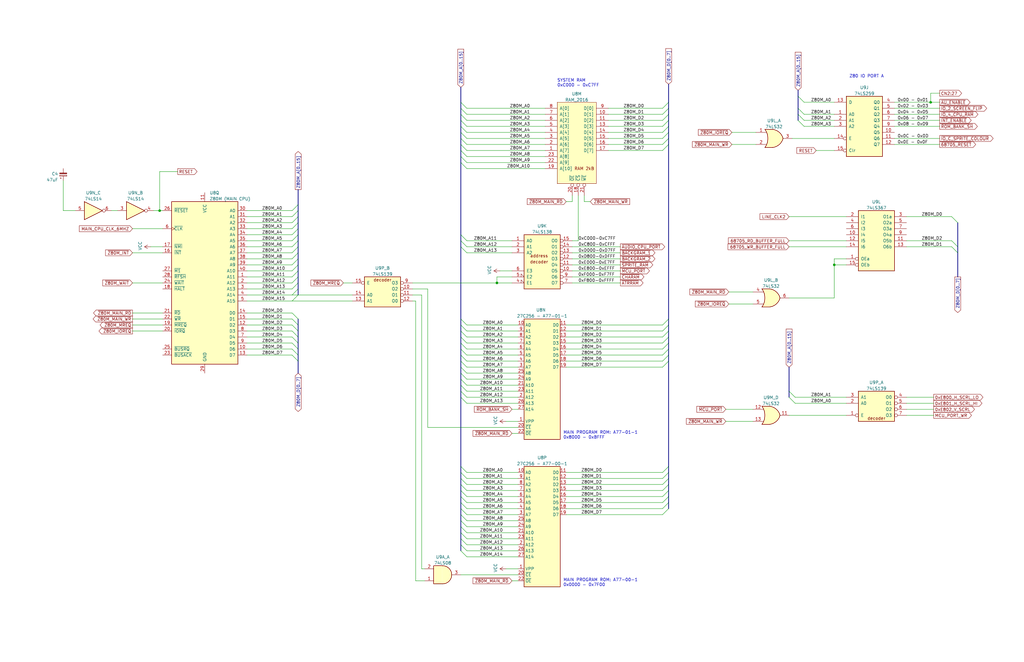
<source format=kicad_sch>
(kicad_sch (version 20211123) (generator eeschema)
  (paper "B")
  (title_block (title "Slapfight Arcade PCB") (company "Schematics created by Neil Ward & Anton Gale"))
  (junction (at 392.43 43.18))
  (junction (at 67.31 88.9))
  (junction (at 351.79 111.76))
  (junction (at 209.55 119.38))
  (bus_entry (at 196.85 55.88) (size -2.54 -2.54))
  (bus_entry (at 196.85 149.86) (size -2.54 -2.54))
  (bus_entry (at 196.85 232.41) (size -2.54 -2.54))
  (bus_entry (at 196.85 219.71) (size -2.54 -2.54))
  (bus_entry (at 279.4 214.63) (size 2.54 -2.54))
  (bus_entry (at 196.85 224.79) (size -2.54 -2.54))
  (bus_entry (at 279.4 53.34) (size 2.54 -2.54))
  (bus_entry (at 196.85 204.47) (size -2.54 -2.54))
  (bus_entry (at 196.85 71.12) (size -2.54 -2.54))
  (bus_entry (at 196.85 209.55) (size -2.54 -2.54))
  (bus_entry (at 196.85 101.6) (size -2.54 -2.54))
  (bus_entry (at 196.85 45.72) (size -2.54 -2.54))
  (bus_entry (at 335.28 170.18) (size -2.54 -2.54))
  (bus_entry (at 123.19 147.32) (size 2.54 2.54))
  (bus_entry (at 196.85 201.93) (size -2.54 -2.54))
  (bus_entry (at 196.85 50.8) (size -2.54 -2.54))
  (bus_entry (at 339.09 50.8) (size -2.54 -2.54))
  (bus_entry (at 279.4 207.01) (size 2.54 -2.54))
  (bus_entry (at 196.85 48.26) (size -2.54 -2.54))
  (bus_entry (at 279.4 149.86) (size 2.54 -2.54))
  (bus_entry (at 196.85 53.34) (size -2.54 -2.54))
  (bus_entry (at 279.4 60.96) (size 2.54 -2.54))
  (bus_entry (at 196.85 207.01) (size -2.54 -2.54))
  (bus_entry (at 279.4 217.17) (size 2.54 -2.54))
  (bus_entry (at 279.4 63.5) (size 2.54 -2.54))
  (bus_entry (at 401.32 104.14) (size 2.54 2.54))
  (bus_entry (at 196.85 68.58) (size -2.54 -2.54))
  (bus_entry (at 279.4 55.88) (size 2.54 -2.54))
  (bus_entry (at 196.85 63.5) (size -2.54 -2.54))
  (bus_entry (at 196.85 142.24) (size -2.54 -2.54))
  (bus_entry (at 196.85 212.09) (size -2.54 -2.54))
  (bus_entry (at 196.85 58.42) (size -2.54 -2.54))
  (bus_entry (at 196.85 60.96) (size -2.54 -2.54))
  (bus_entry (at 123.19 119.38) (size 2.54 -2.54))
  (bus_entry (at 123.19 116.84) (size 2.54 -2.54))
  (bus_entry (at 123.19 114.3) (size 2.54 -2.54))
  (bus_entry (at 123.19 111.76) (size 2.54 -2.54))
  (bus_entry (at 123.19 121.92) (size 2.54 -2.54))
  (bus_entry (at 123.19 124.46) (size 2.54 -2.54))
  (bus_entry (at 123.19 127) (size 2.54 -2.54))
  (bus_entry (at 123.19 106.68) (size 2.54 -2.54))
  (bus_entry (at 123.19 104.14) (size 2.54 -2.54))
  (bus_entry (at 123.19 91.44) (size 2.54 -2.54))
  (bus_entry (at 123.19 88.9) (size 2.54 -2.54))
  (bus_entry (at 123.19 101.6) (size 2.54 -2.54))
  (bus_entry (at 123.19 99.06) (size 2.54 -2.54))
  (bus_entry (at 123.19 96.52) (size 2.54 -2.54))
  (bus_entry (at 123.19 93.98) (size 2.54 -2.54))
  (bus_entry (at 123.19 109.22) (size 2.54 -2.54))
  (bus_entry (at 279.4 48.26) (size 2.54 -2.54))
  (bus_entry (at 123.19 144.78) (size 2.54 2.54))
  (bus_entry (at 279.4 152.4) (size 2.54 -2.54))
  (bus_entry (at 196.85 227.33) (size -2.54 -2.54))
  (bus_entry (at 196.85 139.7) (size -2.54 -2.54))
  (bus_entry (at 279.4 209.55) (size 2.54 -2.54))
  (bus_entry (at 123.19 139.7) (size 2.54 2.54))
  (bus_entry (at 123.19 149.86) (size 2.54 2.54))
  (bus_entry (at 123.19 132.08) (size 2.54 2.54))
  (bus_entry (at 279.4 137.16) (size 2.54 -2.54))
  (bus_entry (at 196.85 222.25) (size -2.54 -2.54))
  (bus_entry (at 196.85 234.95) (size -2.54 -2.54))
  (bus_entry (at 196.85 170.18) (size -2.54 -2.54))
  (bus_entry (at 196.85 137.16) (size -2.54 -2.54))
  (bus_entry (at 196.85 144.78) (size -2.54 -2.54))
  (bus_entry (at 196.85 199.39) (size -2.54 -2.54))
  (bus_entry (at 196.85 165.1) (size -2.54 -2.54))
  (bus_entry (at 279.4 144.78) (size 2.54 -2.54))
  (bus_entry (at 123.19 134.62) (size 2.54 2.54))
  (bus_entry (at 196.85 229.87) (size -2.54 -2.54))
  (bus_entry (at 196.85 217.17) (size -2.54 -2.54))
  (bus_entry (at 123.19 142.24) (size 2.54 2.54))
  (bus_entry (at 196.85 154.94) (size -2.54 -2.54))
  (bus_entry (at 279.4 154.94) (size 2.54 -2.54))
  (bus_entry (at 196.85 160.02) (size -2.54 -2.54))
  (bus_entry (at 123.19 137.16) (size 2.54 2.54))
  (bus_entry (at 339.09 43.18) (size -2.54 -2.54))
  (bus_entry (at 279.4 201.93) (size 2.54 -2.54))
  (bus_entry (at 196.85 152.4) (size -2.54 -2.54))
  (bus_entry (at 196.85 106.68) (size -2.54 -2.54))
  (bus_entry (at 339.09 53.34) (size -2.54 -2.54))
  (bus_entry (at 196.85 214.63) (size -2.54 -2.54))
  (bus_entry (at 196.85 104.14) (size -2.54 -2.54))
  (bus_entry (at 279.4 142.24) (size 2.54 -2.54))
  (bus_entry (at 196.85 66.04) (size -2.54 -2.54))
  (bus_entry (at 401.32 91.44) (size 2.54 2.54))
  (bus_entry (at 339.09 48.26) (size -2.54 -2.54))
  (bus_entry (at 196.85 147.32) (size -2.54 -2.54))
  (bus_entry (at 279.4 45.72) (size 2.54 -2.54))
  (bus_entry (at 279.4 58.42) (size 2.54 -2.54))
  (bus_entry (at 196.85 162.56) (size -2.54 -2.54))
  (bus_entry (at 279.4 199.39) (size 2.54 -2.54))
  (bus_entry (at 279.4 147.32) (size 2.54 -2.54))
  (bus_entry (at 401.32 101.6) (size 2.54 2.54))
  (bus_entry (at 279.4 204.47) (size 2.54 -2.54))
  (bus_entry (at 279.4 50.8) (size 2.54 -2.54))
  (bus_entry (at 335.28 167.64) (size -2.54 -2.54))
  (bus_entry (at 279.4 212.09) (size 2.54 -2.54))
  (bus_entry (at 279.4 139.7) (size 2.54 -2.54))
  (bus_entry (at 196.85 167.64) (size -2.54 -2.54))
  (bus_entry (at 196.85 157.48) (size -2.54 -2.54))
  (bus (pts (xy 281.94 147.32) (xy 281.94 149.86)))
  (wire (pts (xy 351.79 125.73) (xy 351.79 111.76)))
  (wire (pts (xy 218.44 199.39) (xy 196.85 199.39)))
  (wire (pts (xy 218.44 170.18) (xy 196.85 170.18)))
  (wire (pts (xy 308.61 55.88) (xy 318.77 55.88)))
  (bus (pts (xy 194.31 214.63) (xy 194.31 217.17)))
  (wire (pts (xy 377.19 45.72) (xy 396.24 45.72)))
  (wire (pts (xy 356.87 170.18) (xy 335.28 170.18)))
  (bus (pts (xy 281.94 207.01) (xy 281.94 209.55)))
  (bus (pts (xy 194.31 162.56) (xy 194.31 165.1)))
  (bus (pts (xy 194.31 201.93) (xy 194.31 204.47)))
  (wire (pts (xy 382.27 101.6) (xy 401.32 101.6)))
  (wire (pts (xy 238.76 199.39) (xy 279.4 199.39)))
  (bus (pts (xy 125.73 114.3) (xy 125.73 116.84)))
  (wire (pts (xy 209.55 116.84) (xy 209.55 119.38)))
  (wire (pts (xy 46.99 88.9) (xy 49.53 88.9)))
  (wire (pts (xy 104.14 109.22) (xy 123.19 109.22)))
  (wire (pts (xy 377.19 58.42) (xy 396.24 58.42)))
  (wire (pts (xy 218.44 214.63) (xy 196.85 214.63)))
  (wire (pts (xy 55.88 106.68) (xy 68.58 106.68)))
  (wire (pts (xy 173.99 121.92) (xy 180.34 121.92)))
  (wire (pts (xy 218.44 160.02) (xy 196.85 160.02)))
  (bus (pts (xy 194.31 144.78) (xy 194.31 147.32)))
  (bus (pts (xy 281.94 152.4) (xy 281.94 196.85)))
  (wire (pts (xy 332.74 91.44) (xy 356.87 91.44)))
  (wire (pts (xy 238.76 204.47) (xy 279.4 204.47)))
  (wire (pts (xy 256.54 63.5) (xy 279.4 63.5)))
  (wire (pts (xy 229.87 60.96) (xy 196.85 60.96)))
  (bus (pts (xy 194.31 58.42) (xy 194.31 60.96)))
  (wire (pts (xy 55.88 132.08) (xy 68.58 132.08)))
  (wire (pts (xy 332.74 175.26) (xy 356.87 175.26)))
  (wire (pts (xy 173.99 127) (xy 175.26 127)))
  (wire (pts (xy 180.34 180.34) (xy 218.44 180.34)))
  (bus (pts (xy 332.74 154.94) (xy 332.74 165.1)))
  (bus (pts (xy 125.73 147.32) (xy 125.73 149.86)))
  (bus (pts (xy 194.31 207.01) (xy 194.31 209.55)))
  (wire (pts (xy 104.14 101.6) (xy 123.19 101.6)))
  (bus (pts (xy 403.86 93.98) (xy 403.86 104.14)))
  (bus (pts (xy 194.31 196.85) (xy 194.31 199.39)))
  (bus (pts (xy 281.94 149.86) (xy 281.94 152.4)))
  (bus (pts (xy 125.73 116.84) (xy 125.73 119.38)))
  (wire (pts (xy 256.54 60.96) (xy 279.4 60.96)))
  (wire (pts (xy 144.78 119.38) (xy 148.59 119.38)))
  (wire (pts (xy 64.77 88.9) (xy 67.31 88.9)))
  (bus (pts (xy 281.94 43.18) (xy 281.94 35.56)))
  (bus (pts (xy 194.31 154.94) (xy 194.31 157.48)))
  (wire (pts (xy 218.44 212.09) (xy 196.85 212.09)))
  (bus (pts (xy 125.73 139.7) (xy 125.73 142.24)))
  (wire (pts (xy 215.9 104.14) (xy 196.85 104.14)))
  (wire (pts (xy 218.44 162.56) (xy 196.85 162.56)))
  (bus (pts (xy 194.31 147.32) (xy 194.31 149.86)))
  (wire (pts (xy 213.36 240.03) (xy 218.44 240.03)))
  (wire (pts (xy 175.26 245.11) (xy 179.07 245.11)))
  (bus (pts (xy 125.73 106.68) (xy 125.73 109.22)))
  (bus (pts (xy 336.55 40.64) (xy 336.55 45.72)))
  (bus (pts (xy 125.73 137.16) (xy 125.73 139.7)))
  (wire (pts (xy 238.76 85.09) (xy 241.3 85.09)))
  (wire (pts (xy 218.44 232.41) (xy 196.85 232.41)))
  (wire (pts (xy 194.31 242.57) (xy 218.44 242.57)))
  (bus (pts (xy 194.31 204.47) (xy 194.31 207.01)))
  (wire (pts (xy 31.75 88.9) (xy 26.67 88.9)))
  (wire (pts (xy 238.76 212.09) (xy 279.4 212.09)))
  (wire (pts (xy 238.76 137.16) (xy 279.4 137.16)))
  (bus (pts (xy 403.86 106.68) (xy 403.86 116.84)))
  (wire (pts (xy 125.73 124.46) (xy 148.59 124.46)))
  (bus (pts (xy 336.55 38.1) (xy 336.55 40.64)))
  (bus (pts (xy 125.73 91.44) (xy 125.73 93.98)))
  (wire (pts (xy 382.27 104.14) (xy 401.32 104.14)))
  (wire (pts (xy 123.19 127) (xy 148.59 127)))
  (wire (pts (xy 104.14 119.38) (xy 123.19 119.38)))
  (wire (pts (xy 351.79 53.34) (xy 339.09 53.34)))
  (wire (pts (xy 392.43 43.18) (xy 396.24 43.18)))
  (wire (pts (xy 356.87 109.22) (xy 351.79 109.22)))
  (bus (pts (xy 281.94 58.42) (xy 281.94 55.88)))
  (bus (pts (xy 194.31 227.33) (xy 194.31 229.87)))
  (wire (pts (xy 210.82 114.3) (xy 215.9 114.3)))
  (wire (pts (xy 215.9 172.72) (xy 218.44 172.72)))
  (bus (pts (xy 125.73 99.06) (xy 125.73 101.6)))
  (bus (pts (xy 125.73 152.4) (xy 125.73 157.48)))
  (wire (pts (xy 218.44 217.17) (xy 196.85 217.17)))
  (wire (pts (xy 218.44 227.33) (xy 196.85 227.33)))
  (bus (pts (xy 194.31 68.58) (xy 194.31 99.06)))
  (bus (pts (xy 194.31 45.72) (xy 194.31 48.26)))
  (bus (pts (xy 281.94 139.7) (xy 281.94 142.24)))
  (wire (pts (xy 351.79 43.18) (xy 339.09 43.18)))
  (wire (pts (xy 229.87 71.12) (xy 196.85 71.12)))
  (wire (pts (xy 218.44 165.1) (xy 196.85 165.1)))
  (wire (pts (xy 238.76 147.32) (xy 279.4 147.32)))
  (wire (pts (xy 104.14 96.52) (xy 123.19 96.52)))
  (wire (pts (xy 256.54 48.26) (xy 279.4 48.26)))
  (wire (pts (xy 218.44 229.87) (xy 196.85 229.87)))
  (wire (pts (xy 241.3 82.55) (xy 241.3 85.09)))
  (wire (pts (xy 241.3 116.84) (xy 261.62 116.84)))
  (wire (pts (xy 55.88 134.62) (xy 68.58 134.62)))
  (wire (pts (xy 351.79 111.76) (xy 356.87 111.76)))
  (bus (pts (xy 194.31 43.18) (xy 194.31 45.72)))
  (bus (pts (xy 194.31 53.34) (xy 194.31 55.88)))
  (bus (pts (xy 194.31 157.48) (xy 194.31 160.02)))
  (wire (pts (xy 104.14 137.16) (xy 123.19 137.16)))
  (bus (pts (xy 125.73 109.22) (xy 125.73 111.76)))
  (bus (pts (xy 194.31 139.7) (xy 194.31 142.24)))
  (wire (pts (xy 104.14 114.3) (xy 123.19 114.3)))
  (bus (pts (xy 281.94 48.26) (xy 281.94 45.72)))
  (wire (pts (xy 229.87 50.8) (xy 196.85 50.8)))
  (wire (pts (xy 229.87 63.5) (xy 196.85 63.5)))
  (wire (pts (xy 241.3 106.68) (xy 261.62 106.68)))
  (wire (pts (xy 229.87 48.26) (xy 196.85 48.26)))
  (bus (pts (xy 281.94 212.09) (xy 281.94 214.63)))
  (bus (pts (xy 281.94 196.85) (xy 281.94 199.39)))
  (wire (pts (xy 180.34 121.92) (xy 180.34 180.34)))
  (wire (pts (xy 238.76 209.55) (xy 279.4 209.55)))
  (wire (pts (xy 104.14 134.62) (xy 123.19 134.62)))
  (bus (pts (xy 281.94 50.8) (xy 281.94 48.26)))
  (wire (pts (xy 238.76 217.17) (xy 279.4 217.17)))
  (wire (pts (xy 382.27 91.44) (xy 401.32 91.44)))
  (bus (pts (xy 194.31 165.1) (xy 194.31 167.64)))
  (bus (pts (xy 125.73 142.24) (xy 125.73 144.78)))
  (wire (pts (xy 377.19 53.34) (xy 396.24 53.34)))
  (bus (pts (xy 281.94 60.96) (xy 281.94 134.62)))
  (bus (pts (xy 194.31 229.87) (xy 194.31 232.41)))
  (wire (pts (xy 382.27 170.18) (xy 393.7 170.18)))
  (wire (pts (xy 377.19 50.8) (xy 396.24 50.8)))
  (wire (pts (xy 334.01 58.42) (xy 351.79 58.42)))
  (bus (pts (xy 194.31 50.8) (xy 194.31 53.34)))
  (wire (pts (xy 218.44 207.01) (xy 196.85 207.01)))
  (wire (pts (xy 351.79 109.22) (xy 351.79 111.76)))
  (wire (pts (xy 55.88 137.16) (xy 68.58 137.16)))
  (wire (pts (xy 104.14 88.9) (xy 123.19 88.9)))
  (wire (pts (xy 351.79 48.26) (xy 339.09 48.26)))
  (bus (pts (xy 281.94 60.96) (xy 281.94 58.42)))
  (wire (pts (xy 238.76 154.94) (xy 279.4 154.94)))
  (wire (pts (xy 392.43 39.37) (xy 392.43 43.18)))
  (wire (pts (xy 241.3 114.3) (xy 261.62 114.3)))
  (wire (pts (xy 382.27 167.64) (xy 393.7 167.64)))
  (bus (pts (xy 194.31 48.26) (xy 194.31 50.8)))
  (wire (pts (xy 241.3 119.38) (xy 261.62 119.38)))
  (wire (pts (xy 306.07 172.72) (xy 317.5 172.72)))
  (wire (pts (xy 215.9 106.68) (xy 196.85 106.68)))
  (wire (pts (xy 241.3 104.14) (xy 261.62 104.14)))
  (bus (pts (xy 125.73 96.52) (xy 125.73 99.06)))
  (wire (pts (xy 332.74 104.14) (xy 356.87 104.14)))
  (wire (pts (xy 256.54 50.8) (xy 279.4 50.8)))
  (wire (pts (xy 104.14 106.68) (xy 123.19 106.68)))
  (wire (pts (xy 104.14 142.24) (xy 123.19 142.24)))
  (bus (pts (xy 194.31 66.04) (xy 194.31 68.58)))
  (bus (pts (xy 194.31 219.71) (xy 194.31 222.25)))
  (bus (pts (xy 194.31 212.09) (xy 194.31 214.63)))
  (bus (pts (xy 125.73 93.98) (xy 125.73 96.52)))
  (bus (pts (xy 194.31 167.64) (xy 194.31 196.85)))
  (bus (pts (xy 125.73 149.86) (xy 125.73 152.4)))
  (wire (pts (xy 173.99 124.46) (xy 177.8 124.46)))
  (bus (pts (xy 281.94 137.16) (xy 281.94 139.7)))
  (wire (pts (xy 307.34 128.27) (xy 317.5 128.27)))
  (wire (pts (xy 308.61 60.96) (xy 318.77 60.96)))
  (wire (pts (xy 123.19 124.46) (xy 125.73 124.46)))
  (wire (pts (xy 218.44 219.71) (xy 196.85 219.71)))
  (bus (pts (xy 281.94 201.93) (xy 281.94 204.47)))
  (wire (pts (xy 332.74 101.6) (xy 356.87 101.6)))
  (bus (pts (xy 194.31 60.96) (xy 194.31 63.5)))
  (bus (pts (xy 125.73 104.14) (xy 125.73 106.68)))
  (bus (pts (xy 194.31 55.88) (xy 194.31 58.42)))
  (bus (pts (xy 194.31 149.86) (xy 194.31 152.4)))
  (wire (pts (xy 218.44 142.24) (xy 196.85 142.24)))
  (bus (pts (xy 125.73 86.36) (xy 125.73 88.9)))
  (wire (pts (xy 55.88 119.38) (xy 68.58 119.38)))
  (wire (pts (xy 104.14 147.32) (xy 123.19 147.32)))
  (wire (pts (xy 229.87 66.04) (xy 196.85 66.04)))
  (bus (pts (xy 281.94 134.62) (xy 281.94 137.16)))
  (wire (pts (xy 104.14 99.06) (xy 123.19 99.06)))
  (wire (pts (xy 177.8 124.46) (xy 177.8 240.03)))
  (wire (pts (xy 67.31 72.39) (xy 67.31 88.9)))
  (wire (pts (xy 241.3 109.22) (xy 261.62 109.22)))
  (bus (pts (xy 125.73 80.01) (xy 125.73 86.36)))
  (wire (pts (xy 218.44 147.32) (xy 196.85 147.32)))
  (wire (pts (xy 229.87 58.42) (xy 196.85 58.42)))
  (bus (pts (xy 194.31 152.4) (xy 194.31 154.94)))
  (wire (pts (xy 377.19 43.18) (xy 392.43 43.18)))
  (bus (pts (xy 281.94 142.24) (xy 281.94 144.78)))
  (wire (pts (xy 238.76 139.7) (xy 279.4 139.7)))
  (wire (pts (xy 104.14 93.98) (xy 123.19 93.98)))
  (wire (pts (xy 215.9 245.11) (xy 218.44 245.11)))
  (wire (pts (xy 104.14 121.92) (xy 123.19 121.92)))
  (wire (pts (xy 104.14 116.84) (xy 123.19 116.84)))
  (wire (pts (xy 55.88 139.7) (xy 68.58 139.7)))
  (wire (pts (xy 246.38 85.09) (xy 248.92 85.09)))
  (wire (pts (xy 215.9 101.6) (xy 196.85 101.6)))
  (bus (pts (xy 194.31 209.55) (xy 194.31 212.09)))
  (bus (pts (xy 194.31 63.5) (xy 194.31 66.04)))
  (wire (pts (xy 218.44 144.78) (xy 196.85 144.78)))
  (bus (pts (xy 194.31 199.39) (xy 194.31 201.93)))
  (wire (pts (xy 177.8 240.03) (xy 179.07 240.03)))
  (wire (pts (xy 104.14 149.86) (xy 123.19 149.86)))
  (wire (pts (xy 104.14 127) (xy 123.19 127)))
  (wire (pts (xy 104.14 104.14) (xy 123.19 104.14)))
  (bus (pts (xy 194.31 217.17) (xy 194.31 219.71)))
  (wire (pts (xy 243.84 101.6) (xy 241.3 101.6)))
  (bus (pts (xy 336.55 48.26) (xy 336.55 50.8)))
  (wire (pts (xy 238.76 149.86) (xy 279.4 149.86)))
  (wire (pts (xy 74.93 72.39) (xy 67.31 72.39)))
  (wire (pts (xy 306.07 177.8) (xy 317.5 177.8)))
  (wire (pts (xy 175.26 127) (xy 175.26 245.11)))
  (bus (pts (xy 194.31 134.62) (xy 194.31 137.16)))
  (bus (pts (xy 125.73 101.6) (xy 125.73 104.14)))
  (bus (pts (xy 281.94 53.34) (xy 281.94 50.8)))
  (wire (pts (xy 377.19 48.26) (xy 396.24 48.26)))
  (bus (pts (xy 125.73 134.62) (xy 125.73 137.16)))
  (bus (pts (xy 125.73 119.38) (xy 125.73 121.92)))
  (bus (pts (xy 194.31 142.24) (xy 194.31 144.78)))
  (wire (pts (xy 218.44 209.55) (xy 196.85 209.55)))
  (bus (pts (xy 403.86 104.14) (xy 403.86 106.68)))
  (wire (pts (xy 104.14 124.46) (xy 123.19 124.46)))
  (wire (pts (xy 246.38 82.55) (xy 246.38 85.09)))
  (wire (pts (xy 63.5 104.14) (xy 68.58 104.14)))
  (wire (pts (xy 104.14 144.78) (xy 123.19 144.78)))
  (wire (pts (xy 238.76 142.24) (xy 279.4 142.24)))
  (wire (pts (xy 382.27 172.72) (xy 393.7 172.72)))
  (bus (pts (xy 125.73 111.76) (xy 125.73 114.3)))
  (wire (pts (xy 396.24 39.37) (xy 392.43 39.37)))
  (wire (pts (xy 104.14 111.76) (xy 123.19 111.76)))
  (wire (pts (xy 229.87 55.88) (xy 196.85 55.88)))
  (wire (pts (xy 104.14 139.7) (xy 123.19 139.7)))
  (bus (pts (xy 281.94 199.39) (xy 281.94 201.93)))
  (wire (pts (xy 55.88 96.52) (xy 68.58 96.52)))
  (wire (pts (xy 243.84 82.55) (xy 243.84 101.6)))
  (wire (pts (xy 332.74 125.73) (xy 351.79 125.73)))
  (wire (pts (xy 344.17 63.5) (xy 351.79 63.5)))
  (wire (pts (xy 241.3 111.76) (xy 261.62 111.76)))
  (wire (pts (xy 256.54 58.42) (xy 279.4 58.42)))
  (wire (pts (xy 213.36 177.8) (xy 218.44 177.8)))
  (wire (pts (xy 218.44 152.4) (xy 196.85 152.4)))
  (bus (pts (xy 281.94 55.88) (xy 281.94 53.34)))
  (bus (pts (xy 336.55 45.72) (xy 336.55 48.26)))
  (wire (pts (xy 215.9 182.88) (xy 218.44 182.88)))
  (bus (pts (xy 194.31 137.16) (xy 194.31 139.7)))
  (wire (pts (xy 218.44 201.93) (xy 196.85 201.93)))
  (wire (pts (xy 218.44 167.64) (xy 196.85 167.64)))
  (bus (pts (xy 281.94 204.47) (xy 281.94 207.01)))
  (bus (pts (xy 194.31 222.25) (xy 194.31 224.79)))
  (wire (pts (xy 229.87 68.58) (xy 196.85 68.58)))
  (bus (pts (xy 194.31 160.02) (xy 194.31 162.56)))
  (wire (pts (xy 173.99 119.38) (xy 209.55 119.38)))
  (bus (pts (xy 332.74 165.1) (xy 332.74 167.64)))
  (wire (pts (xy 215.9 116.84) (xy 209.55 116.84)))
  (bus (pts (xy 194.31 36.83) (xy 194.31 43.18)))
  (wire (pts (xy 356.87 167.64) (xy 335.28 167.64)))
  (wire (pts (xy 238.76 144.78) (xy 279.4 144.78)))
  (wire (pts (xy 238.76 201.93) (xy 279.4 201.93)))
  (bus (pts (xy 194.31 104.14) (xy 194.31 134.62)))
  (wire (pts (xy 104.14 91.44) (xy 123.19 91.44)))
  (wire (pts (xy 218.44 224.79) (xy 196.85 224.79)))
  (bus (pts (xy 281.94 144.78) (xy 281.94 147.32)))
  (wire (pts (xy 256.54 45.72) (xy 279.4 45.72)))
  (wire (pts (xy 256.54 53.34) (xy 279.4 53.34)))
  (wire (pts (xy 229.87 45.72) (xy 196.85 45.72)))
  (bus (pts (xy 281.94 209.55) (xy 281.94 212.09)))
  (wire (pts (xy 218.44 157.48) (xy 196.85 157.48)))
  (wire (pts (xy 218.44 234.95) (xy 196.85 234.95)))
  (wire (pts (xy 229.87 53.34) (xy 196.85 53.34)))
  (wire (pts (xy 26.67 88.9) (xy 26.67 76.2)))
  (wire (pts (xy 67.31 88.9) (xy 68.58 88.9)))
  (wire (pts (xy 238.76 207.01) (xy 279.4 207.01)))
  (bus (pts (xy 194.31 224.79) (xy 194.31 227.33)))
  (wire (pts (xy 382.27 175.26) (xy 393.7 175.26)))
  (bus (pts (xy 194.31 99.06) (xy 194.31 101.6)))
  (wire (pts (xy 218.44 222.25) (xy 196.85 222.25)))
  (wire (pts (xy 218.44 149.86) (xy 196.85 149.86)))
  (bus (pts (xy 125.73 144.78) (xy 125.73 147.32)))
  (bus (pts (xy 281.94 45.72) (xy 281.94 43.18)))
  (wire (pts (xy 218.44 137.16) (xy 196.85 137.16)))
  (wire (pts (xy 351.79 50.8) (xy 339.09 50.8)))
  (wire (pts (xy 218.44 154.94) (xy 196.85 154.94)))
  (wire (pts (xy 307.34 123.19) (xy 317.5 123.19)))
  (wire (pts (xy 218.44 139.7) (xy 196.85 139.7)))
  (wire (pts (xy 218.44 204.47) (xy 196.85 204.47)))
  (wire (pts (xy 377.19 60.96) (xy 396.24 60.96)))
  (wire (pts (xy 104.14 132.08) (xy 123.19 132.08)))
  (bus (pts (xy 125.73 88.9) (xy 125.73 91.44)))
  (wire (pts (xy 256.54 55.88) (xy 279.4 55.88)))
  (wire (pts (xy 238.76 152.4) (xy 279.4 152.4)))
  (bus (pts (xy 125.73 121.92) (xy 125.73 124.46)))
  (wire (pts (xy 238.76 214.63) (xy 279.4 214.63)))
  (bus (pts (xy 194.31 101.6) (xy 194.31 104.14)))
  (wire (pts (xy 209.55 119.38) (xy 215.9 119.38)))
  (text "MAIN PROGRAM ROM: A77-01-1\n0x8000 - 0xBFFF" (at 237.49 185.42 0) (effects (font (size 1.27 1.27)) (justify left bottom)))
  (text "MAIN PROGRAM ROM: A77-00-1\n0x0000 - 0x7F00" (at 237.49 247.65 0) (effects (font (size 1.27 1.27)) (justify left bottom)))
  (text "SYSTEM RAM\n0xC000 - 0xC7FF" (at 234.95 36.83 0) (effects (font (size 1.27 1.27)) (justify left bottom)))
  (text "Z80 IO PORT A" (at 358.14 33.02 0) (effects (font (size 1.27 1.27)) (justify left bottom)))
  (label "Z80M_A8" (at 110.49 109.22 0))
  (label "0xF800-0xFFFF" (at 243.84 119.38 0))
  (label "Z80M_A14" (at 110.49 124.46 0))
  (label "Z80M_A13" (at 212.09 170.18 180))
  (label "Z80M_D4" (at 245.11 147.32 0))
  (label "Z80M_A1" (at 350.52 167.64 180))
  (label "Z80M_D2" (at 388.62 101.6 0))
  (label "0xE800-0xEFFF" (at 243.84 114.3 0))
  (label "Z80M_A7" (at 212.09 217.17 180))
  (label "Z80M_A3" (at 223.52 53.34 180))
  (label "Z80M_D4" (at 110.49 142.24 0))
  (label "Z80M_A2" (at 212.09 142.24 180))
  (label "0x02 - 0x03" (at 378.46 45.72 0))
  (label "Z80M_A0" (at 350.52 170.18 180))
  (label "Z80M_D7" (at 245.11 154.94 0))
  (label "Z80M_A8" (at 223.52 66.04 180))
  (label "Z80M_D6" (at 245.11 214.63 0))
  (label "0xE000-0xE7FF" (at 243.84 111.76 0))
  (label "0xD800-0xDFFF" (at 243.84 109.22 0))
  (label "Z80M_D6" (at 110.49 147.32 0))
  (label "Z80M_A10" (at 110.49 114.3 0))
  (label "Z80M_D2" (at 262.89 50.8 0))
  (label "Z80M_A12" (at 110.49 119.38 0))
  (label "0x06 - 0x07" (at 378.46 50.8 0))
  (label "Z80M_A10" (at 212.09 162.56 180))
  (label "Z80M_A4" (at 223.52 55.88 180))
  (label "Z80M_A2" (at 350.52 50.8 180))
  (label "Z80M_A8" (at 212.09 157.48 180))
  (label "Z80M_A10" (at 223.52 71.12 180))
  (label "Z80M_A5" (at 212.09 212.09 180))
  (label "Z80M_A15" (at 110.49 127 0))
  (label "Z80M_D3" (at 262.89 53.34 0))
  (label "Z80M_A10" (at 212.09 224.79 180))
  (label "Z80M_A9" (at 212.09 160.02 180))
  (label "Z80M_A2" (at 212.09 204.47 180))
  (label "Z80M_A3" (at 110.49 96.52 0))
  (label "Z80M_D2" (at 245.11 142.24 0))
  (label "Z80M_A0" (at 212.09 137.16 180))
  (label "Z80M_A8" (at 212.09 219.71 180))
  (label "0x0C - 0x0D" (at 378.46 58.42 0))
  (label "Z80M_A0" (at 212.09 199.39 180))
  (label "0x00 - 0x01" (at 378.46 43.18 0))
  (label "Z80M_D3" (at 245.11 144.78 0))
  (label "Z80M_A3" (at 350.52 53.34 180))
  (label "Z80M_D5" (at 262.89 58.42 0))
  (label "Z80M_A1" (at 110.49 91.44 0))
  (label "Z80M_A5" (at 212.09 149.86 180))
  (label "Z80M_D1" (at 110.49 134.62 0))
  (label "Z80M_A6" (at 223.52 60.96 180))
  (label "Z80M_D1" (at 245.11 201.93 0))
  (label "Z80M_A11" (at 110.49 116.84 0))
  (label "Z80M_D5" (at 245.11 149.86 0))
  (label "Z80M_A9" (at 110.49 111.76 0))
  (label "Z80M_D7" (at 110.49 149.86 0))
  (label "Z80M_A7" (at 212.09 154.94 180))
  (label "Z80M_D0" (at 245.11 137.16 0))
  (label "Z80M_A4" (at 212.09 209.55 180))
  (label "0x04 - 0x05" (at 378.46 48.26 0))
  (label "Z80M_D0" (at 262.89 45.72 0))
  (label "Z80M_A13" (at 212.09 232.41 180))
  (label "Z80M_D5" (at 110.49 144.78 0))
  (label "Z80M_A1" (at 350.52 48.26 180))
  (label "Z80M_A7" (at 223.52 63.5 180))
  (label "Z80M_A11" (at 209.55 101.6 180))
  (label "0xC800-0xCFFF" (at 243.84 104.14 0))
  (label "0x08 - 0x09" (at 378.46 53.34 0))
  (label "Z80M_D0" (at 110.49 132.08 0))
  (label "Z80M_D4" (at 245.11 209.55 0))
  (label "Z80M_A2" (at 110.49 93.98 0))
  (label "Z80M_D7" (at 262.89 63.5 0))
  (label "Z80M_A1" (at 212.09 201.93 180))
  (label "Z80M_A0" (at 223.52 45.72 180))
  (label "Z80M_A1" (at 212.09 139.7 180))
  (label "Z80M_A3" (at 212.09 207.01 180))
  (label "0x0E - 0x0F" (at 378.46 60.96 0))
  (label "Z80M_D1" (at 245.11 139.7 0))
  (label "Z80M_A14" (at 212.09 234.95 180))
  (label "Z80M_A12" (at 212.09 229.87 180))
  (label "Z80M_D3" (at 110.49 139.7 0))
  (label "Z80M_A12" (at 209.55 104.14 180))
  (label "Z80M_D0" (at 245.11 199.39 0))
  (label "Z80M_D0" (at 388.62 91.44 0))
  (label "Z80M_A4" (at 212.09 147.32 180))
  (label "Z80M_D2" (at 245.11 204.47 0))
  (label "Z80M_A5" (at 223.52 58.42 180))
  (label "Z80M_A13" (at 110.49 121.92 0))
  (label "Z80M_D1" (at 262.89 48.26 0))
  (label "Z80M_D2" (at 110.49 137.16 0))
  (label "Z80M_D6" (at 262.89 60.96 0))
  (label "Z80M_D5" (at 245.11 212.09 0))
  (label "Z80M_A7" (at 110.49 106.68 0))
  (label "Z80M_A9" (at 223.52 68.58 180))
  (label "Z80M_D1" (at 388.62 104.14 0))
  (label "Z80M_A11" (at 212.09 165.1 180))
  (label "Z80M_D6" (at 245.11 152.4 0))
  (label "Z80M_A11" (at 212.09 227.33 180))
  (label "0xC000-0xC7FF" (at 243.84 101.6 0))
  (label "0xD000-0xD7FF" (at 243.8713 106.68 0))
  (label "Z80M_D7" (at 245.11 217.17 0))
  (label "Z80M_A6" (at 212.09 214.63 180))
  (label "Z80M_D3" (at 245.11 207.01 0))
  (label "Z80M_A5" (at 110.49 101.6 0))
  (label "Z80M_A2" (at 223.52 50.8 180))
  (label "Z80M_A6" (at 110.49 104.14 0))
  (label "Z80M_A12" (at 212.09 167.64 180))
  (label "Z80M_A0" (at 110.49 88.9 0))
  (label "Z80M_A0" (at 350.52 43.18 180))
  (label "Z80M_D4" (at 262.89 55.88 0))
  (label "Z80M_A1" (at 223.52 48.26 180))
  (label "Z80M_A13" (at 209.55 106.68 180))
  (label "Z80M_A4" (at 110.49 99.06 0))
  (label "Z80M_A6" (at 212.09 152.4 180))
  (label "Z80M_A3" (at 212.09 144.78 180))
  (label "0xF000-0xF7FF" (at 243.8023 116.84 0))
  (label "Z80M_A9" (at 212.09 222.25 180))
  (global_label "~{BACKGRAM_1}" (shape output) (at 261.62 106.68 0) (property "Intersheet References" "${INTERSHEET_REFS}" (effects hide)))
  (global_label "CN2:27" (shape output) (at 396.24 39.37 0) (property "Intersheet References" "${INTERSHEET_REFS}" (effects hide)))
  (global_label "~{IO_4_CPU_RAM}" (shape output) (at 396.24 48.26 0) (property "Intersheet References" "${INTERSHEET_REFS}" (effects hide)))
  (global_label "~{Z80M_MAIN_WR}" (shape input) (at 308.61 60.96 180) (property "Intersheet References" "${INTERSHEET_REFS}" (effects hide)))
  (global_label "~{Z80M_MAIN_RD}" (shape input) (at 215.9 245.11 180) (property "Intersheet References" "${INTERSHEET_REFS}" (effects hide)))
  (global_label "~{Z80M_MAIN_RD}" (shape input) (at 307.34 123.19 180) (property "Intersheet References" "${INTERSHEET_REFS}" (effects hide)))
  (global_label "MAIN_CPU_CLK_6MHZ" (shape input) (at 55.88 96.52 180) (property "Intersheet References" "${INTERSHEET_REFS}" (effects hide)))
  (global_label "~{MCU_PORT}" (shape input) (at 306.07 172.72 180) (property "Intersheet References" "${INTERSHEET_REFS}" (effects hide)))
  (global_label "~{Z80M_MREQ}" (shape output) (at 55.88 137.16 180) (property "Intersheet References" "${INTERSHEET_REFS}" (effects hide)))
  (global_label "~{AUDIO_CPU_PORT}" (shape output) (at 261.62 104.14 0) (property "Intersheet References" "${INTERSHEET_REFS}" (effects hide)))
  (global_label "LINE_CLK2" (shape input) (at 332.74 91.44 180) (property "Intersheet References" "${INTERSHEET_REFS}" (effects hide)))
  (global_label "68705_RD_BUFFER_FULL" (shape input) (at 332.74 101.6 180) (property "Intersheet References" "${INTERSHEET_REFS}" (effects hide)))
  (global_label "~{Z80M_MREQ}" (shape input) (at 144.78 119.38 180) (property "Intersheet References" "${INTERSHEET_REFS}" (effects hide)))
  (global_label "~{INT_ENABLE}" (shape output) (at 396.24 50.8 0) (property "Intersheet References" "${INTERSHEET_REFS}" (effects hide)))
  (global_label "RESET" (shape output) (at 74.93 72.39 0) (property "Intersheet References" "${INTERSHEET_REFS}" (effects hide)))
  (global_label "~{Z80M_IOREQ}" (shape input) (at 307.34 128.27 180) (property "Intersheet References" "${INTERSHEET_REFS}" (effects hide)))
  (global_label "~{Z80M_MAIN_WR}" (shape input) (at 306.07 177.8 180) (property "Intersheet References" "${INTERSHEET_REFS}" (effects hide)))
  (global_label "Z80M_A[0..15]" (shape input) (at 332.74 154.94 90) (property "Intersheet References" "${INTERSHEET_REFS}" (effects hide)))
  (global_label "MCU_PORT_WR" (shape output) (at 393.7 175.26 0) (property "Intersheet References" "${INTERSHEET_REFS}" (effects hide)))
  (global_label "Z80M_A[0..15]" (shape input) (at 336.55 38.1 90) (property "Intersheet References" "${INTERSHEET_REFS}" (effects hide)))
  (global_label "~{ATRRAM}" (shape output) (at 261.62 119.38 0) (property "Intersheet References" "${INTERSHEET_REFS}" (effects hide)))
  (global_label "~{CHARAM}" (shape output) (at 261.62 116.84 0) (property "Intersheet References" "${INTERSHEET_REFS}" (effects hide)))
  (global_label "0xE800_H_SCRL_LO" (shape output) (at 393.7 167.64 0) (property "Intersheet References" "${INTERSHEET_REFS}" (effects hide)))
  (global_label "~{Z80M_MAIN_RD}" (shape input) (at 238.76 85.09 180) (property "Intersheet References" "${INTERSHEET_REFS}" (effects hide)))
  (global_label "~{MCU_PORT}" (shape output) (at 261.62 114.3 0) (property "Intersheet References" "${INTERSHEET_REFS}" (effects hide)))
  (global_label "0xE801_H_SCRL_HI" (shape output) (at 393.7 170.18 0) (property "Intersheet References" "${INTERSHEET_REFS}" (effects hide)))
  (global_label "~{Z80M_MAIN_RD}" (shape output) (at 55.88 132.08 180) (property "Intersheet References" "${INTERSHEET_REFS}" (effects hide)))
  (global_label "~{ROM_BANK_SH}" (shape output) (at 396.24 53.34 0) (property "Intersheet References" "${INTERSHEET_REFS}" (effects hide)))
  (global_label "~{SPRITE_RAM}" (shape output) (at 261.62 111.76 0) (property "Intersheet References" "${INTERSHEET_REFS}" (effects hide)))
  (global_label "~{Z80M_INT}" (shape input) (at 55.88 106.68 180) (property "Intersheet References" "${INTERSHEET_REFS}" (effects hide)))
  (global_label "~{BACKGRAM_2}" (shape output) (at 261.62 109.22 0) (property "Intersheet References" "${INTERSHEET_REFS}" (effects hide)))
  (global_label "~{AU_ENABLE}" (shape output) (at 396.24 43.18 0) (property "Intersheet References" "${INTERSHEET_REFS}" (effects hide)))
  (global_label "~{Z80M_MAIN_WR}" (shape output) (at 55.88 134.62 180) (property "Intersheet References" "${INTERSHEET_REFS}" (effects hide)))
  (global_label "~{Z80M_MAIN_WR}" (shape input) (at 248.92 85.09 0) (property "Intersheet References" "${INTERSHEET_REFS}" (effects hide)))
  (global_label "68705_WR_BUFFER_FULL" (shape input) (at 332.74 104.14 180) (property "Intersheet References" "${INTERSHEET_REFS}" (effects hide)))
  (global_label "~{68705_RESET}" (shape output) (at 396.24 60.96 0) (property "Intersheet References" "${INTERSHEET_REFS}" (effects hide)))
  (global_label "RESET" (shape input) (at 344.17 63.5 180) (property "Intersheet References" "${INTERSHEET_REFS}" (effects hide)))
  (global_label "Z80M_D[0..7]" (shape bidirectional) (at 125.73 157.48 270) (property "Intersheet References" "${INTERSHEET_REFS}" (effects hide)))
  (global_label "~{Z80M_MAIN_RD}" (shape input) (at 215.9 182.88 180) (property "Intersheet References" "${INTERSHEET_REFS}" (effects hide)))
  (global_label "~{Z80M_IOREQ}" (shape input) (at 308.61 55.88 180) (property "Intersheet References" "${INTERSHEET_REFS}" (effects hide)))
  (global_label "~{Z80M_WAIT}" (shape input) (at 55.88 119.38 180) (property "Intersheet References" "${INTERSHEET_REFS}" (effects hide)))
  (global_label "~{Z80M_IOREQ}" (shape output) (at 55.88 139.7 180) (property "Intersheet References" "${INTERSHEET_REFS}" (effects hide)))
  (global_label "~{IO_C_SPRITE_COLOUR}" (shape output) (at 396.24 58.42 0) (property "Intersheet References" "${INTERSHEET_REFS}" (effects hide)))
  (global_label "~{ROM_BANK_SH}" (shape input) (at 215.9 172.72 180) (property "Intersheet References" "${INTERSHEET_REFS}" (effects hide)))
  (global_label "Z80M_D[0..7]" (shape input) (at 281.94 35.56 90) (property "Intersheet References" "${INTERSHEET_REFS}" (effects hide)))
  (global_label "Z80M_A[0..15]" (shape input) (at 194.31 36.83 90) (property "Intersheet References" "${INTERSHEET_REFS}" (effects hide)))
  (global_label "Z80M_A[0..15]" (shape output) (at 125.73 80.01 90) (property "Intersheet References" "${INTERSHEET_REFS}" (effects hide)))
  (global_label "~{IO_2_SCREEN_FLIP}" (shape output) (at 396.24 45.72 0) (property "Intersheet References" "${INTERSHEET_REFS}" (effects hide)))
  (global_label "0xE802_V_SCRL" (shape output) (at 393.7 172.72 0) (property "Intersheet References" "${INTERSHEET_REFS}" (effects hide)))
  (global_label "Z80M_D[0..7]" (shape output) (at 403.86 116.84 270) (property "Intersheet References" "${INTERSHEET_REFS}" (effects hide)))
  (symbol (lib_name "27C256_1") (lib_id "Memory_EPROM:27C256") (at 228.6 160.02 0) (unit 1)
    (property "Reference" "U8N" (at 226.06 130.81 0) (effects (justify left)))
    (property "Value" "27C256 - A77-01-1" (at 228.6 133.35 0))
    (property "Footprint" "Package_DIP:DIP-28_W15.24mm" (effects hide))
    (property "Datasheet" "http://ww1.microchip.com/downloads/en/DeviceDoc/doc0014.pdf" (effects hide))
  )
  (symbol (lib_id "power:VCC") (at 210.82 114.3 90) (unit 1)
    (property "Reference" "#PWR0142" (effects hide))
    (property "Value" "VCC" (at 206.4258 113.919 0))
  )
  (symbol (lib_id "jt74:74LS14") (at 39.37 88.9 0) (unit 3)
    (property "Reference" "U9N_" (at 39.37 81.3902 0))
    (property "Value" "74LS14" (at 39.37 83.9271 0))
    (property "Datasheet" "http://www.ti.com/lit/gpn/sn74LS14" (effects hide))
  )
  (symbol (lib_id "jt74:74LS139") (at 161.29 124.46 0) (mirror x) (unit 2)
    (property "Reference" "U9P_" (at 161.29 113.1402 0))
    (property "Value" "74LS139" (at 161.29 115.6771 0))
    (property "Datasheet" "http://www.ti.com/lit/gpn/sn74LS139" (effects hide))
  )
  (symbol (lib_id "Device:C_Polarized_Small") (at 26.67 73.66 0) (mirror x) (unit 1)
    (property "Reference" "C4" (at 24.5111 73.3714 0) (effects (justify right)))
    (property "Value" "47uF" (at 24.5111 75.9083 0) (effects (justify right)))
  )
  (symbol (lib_id "jt74:74LS32") (at 325.12 125.73 0) (unit 2)
    (property "Reference" "U9L_" (at 325.12 118.2202 0))
    (property "Value" "74LS32" (at 325.12 120.7571 0))
    (property "Datasheet" "http://www.ti.com/lit/gpn/sn74LS32" (effects hide))
  )
  (symbol (lib_id "power:VCC") (at 213.36 240.03 90) (unit 1)
    (property "Reference" "#PWR0141" (effects hide))
    (property "Value" "VCC" (at 208.9658 239.649 0))
  )
  (symbol (lib_id "jt74:74LS259") (at 364.49 53.34 0) (unit 1)
    (property "Reference" "U9J" (at 364.49 36.9402 0))
    (property "Value" "74LS259" (at 364.49 39.4771 0))
    (property "Datasheet" "http://www.ti.com/lit/gpn/sn74LS259" (effects hide))
  )
  (symbol (lib_id "jt74:74LS08") (at 186.69 242.57 0) (mirror x) (unit 1)
    (property "Reference" "U9A_" (at 186.69 235.0602 0))
    (property "Value" "74LS08" (at 186.69 237.5971 0))
    (property "Datasheet" "http://www.ti.com/lit/gpn/sn74LS08" (effects hide))
  )
  (symbol (lib_name "27C256_1") (lib_id "Memory_EPROM:27C256") (at 228.6 222.25 0) (unit 1)
    (property "Reference" "U8P" (at 228.6 193.1502 0))
    (property "Value" "27C256 - A77-00-1" (at 228.6 195.6871 0))
    (property "Footprint" "Package_DIP:DIP-28_W15.24mm" (effects hide))
    (property "Datasheet" "http://ww1.microchip.com/downloads/en/DeviceDoc/doc0014.pdf" (effects hide))
  )
  (symbol (lib_id "jt74:74LS138") (at 228.6 109.22 0) (unit 1)
    (property "Reference" "U9K" (at 228.6 95.3602 0))
    (property "Value" "74LS138" (at 228.6 97.8971 0))
    (property "Datasheet" "http://www.ti.com/lit/gpn/sn74LS138" (effects hide))
  )
  (symbol (lib_id "jt74:74LS32") (at 326.39 58.42 0) (unit 1)
    (property "Reference" "U9L_" (at 326.39 50.9102 0))
    (property "Value" "74LS32" (at 326.39 53.4471 0))
    (property "Datasheet" "http://www.ti.com/lit/gpn/sn74LS32" (effects hide))
  )
  (symbol (lib_id "arcade:RAM_2016") (at 242.57 59.69 0) (unit 1)
    (property "Reference" "U8M" (at 243.205 39.6072 0))
    (property "Value" "RAM_2016" (at 243.205 42.1441 0))
  )
  (symbol (lib_id "jt74:74LS367") (at 369.57 101.6 0) (unit 1)
    (property "Reference" "U9L" (at 369.57 85.2002 0))
    (property "Value" "74LS367" (at 369.57 87.7371 0))
    (property "Datasheet" "http://www.ti.com/lit/gpn/sn74LS367" (effects hide))
  )
  (symbol (lib_id "jt74:74LS139") (at 369.57 170.18 0) (unit 1)
    (property "Reference" "U9P_" (at 369.57 161.4002 0))
    (property "Value" "74LS139" (at 369.57 163.9371 0))
    (property "Datasheet" "http://www.ti.com/lit/gpn/sn74LS139" (effects hide))
  )
  (symbol (lib_id "power:VCC") (at 63.5 104.14 90) (unit 1)
    (property "Reference" "#PWR0143" (effects hide))
    (property "Value" "VCC" (at 59.1058 103.759 0))
  )
  (symbol (lib_id "jt74:74LS14") (at 57.15 88.9 0) (unit 2)
    (property "Reference" "U9N_" (at 57.15 81.3902 0))
    (property "Value" "74LS14" (at 57.15 83.9271 0))
    (property "Datasheet" "http://www.ti.com/lit/gpn/sn74LS14" (effects hide))
  )
  (symbol (lib_id "power:VCC") (at 213.36 177.8 90) (unit 1)
    (property "Reference" "#PWR0140" (effects hide))
    (property "Value" "VCC" (at 208.9658 177.419 0))
  )
  (symbol (lib_id "CPU:Z80CPU") (at 86.36 119.38 0) (unit 1)
    (property "Reference" "U8Q" (at 88.3794 81.3902 0) (effects (justify left)))
    (property "Value" "Z80M (MAIN CPU)" (at 88.3794 83.9271 0) (effects (justify left)))
    (property "Datasheet" "www.zilog.com/manage_directlink.php?filepath=docs/z80/um0080" (effects hide))
  )
  (symbol (lib_id "jt74:74LS32") (at 325.12 175.26 0) (unit 4)
    (property "Reference" "U9M_" (at 325.12 167.7502 0))
    (property "Value" "74LS32" (at 325.12 170.2871 0))
    (property "Datasheet" "http://www.ti.com/lit/gpn/sn74LS32" (effects hide))
  )
)
</source>
